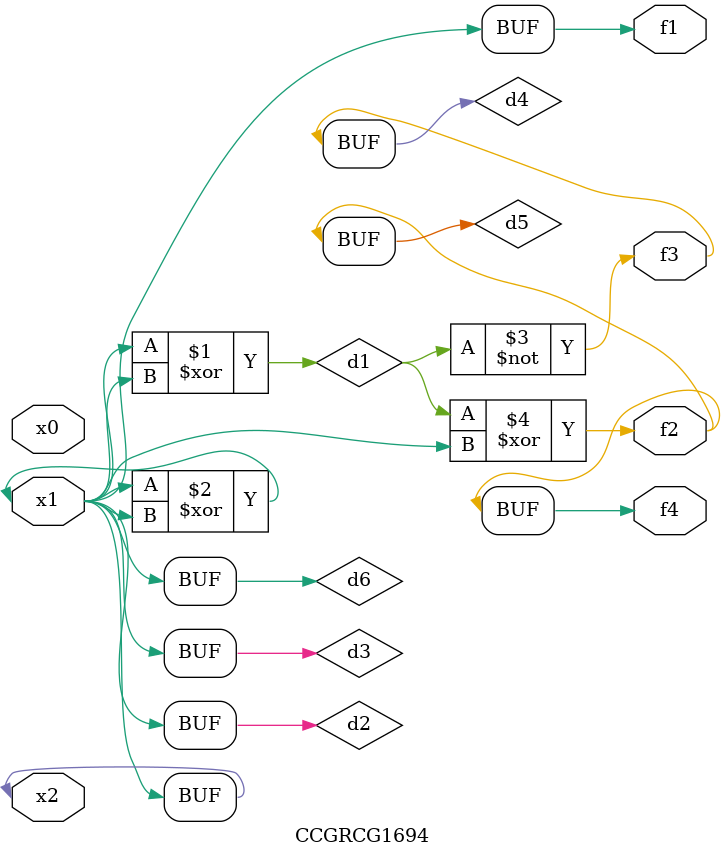
<source format=v>
module CCGRCG1694(
	input x0, x1, x2,
	output f1, f2, f3, f4
);

	wire d1, d2, d3, d4, d5, d6;

	xor (d1, x1, x2);
	buf (d2, x1, x2);
	xor (d3, x1, x2);
	nor (d4, d1);
	xor (d5, d1, d2);
	buf (d6, d2, d3);
	assign f1 = d6;
	assign f2 = d5;
	assign f3 = d4;
	assign f4 = d5;
endmodule

</source>
